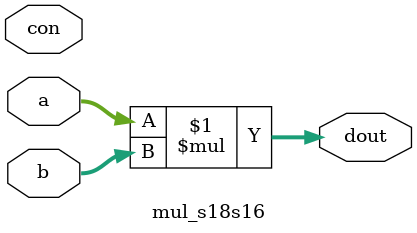
<source format=v>

module mul_s18s16 (
	a, b, dout, con
);
	input signed [17:0] a;
	input signed [15:0] b;
	output signed [33:0] dout;
	input con;

	// t« s18 x s16 = s34
	assign dout = a * b;

endmodule

</source>
